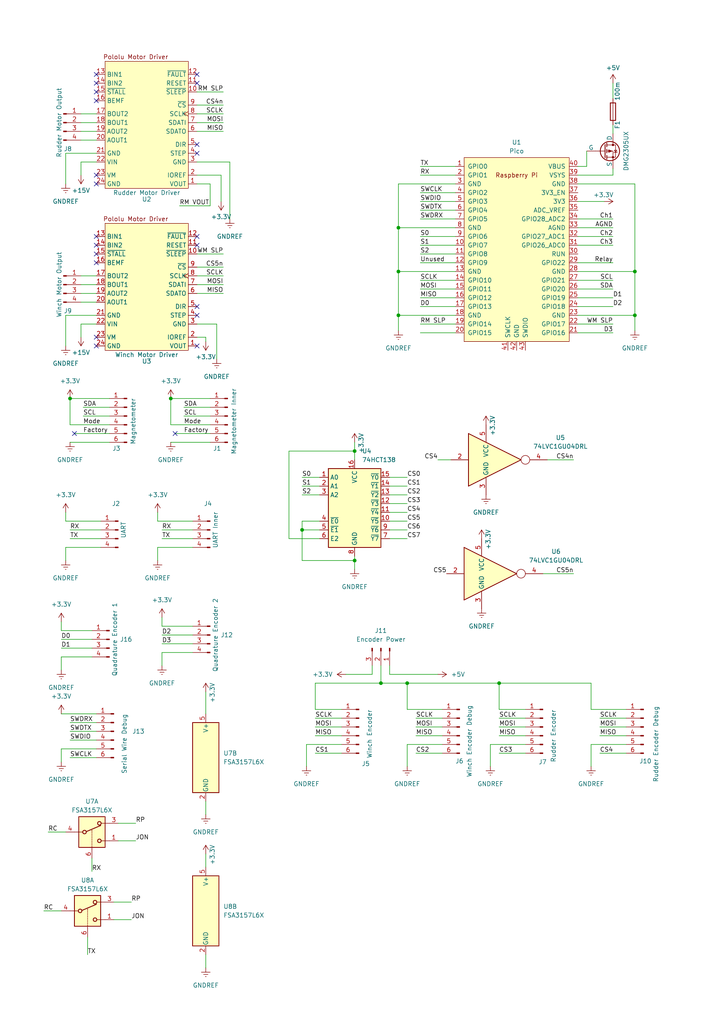
<source format=kicad_sch>
(kicad_sch (version 20250114) (generator "eeschema") (generator_version "9.0")
  (paper "A4" portrait)
  (lib_symbols
    (symbol "+3.3V_1" (power) (pin_numbers (hide yes)) (pin_names (offset 0) (hide yes))
      (property "Value" "+3.3V" (at 0 3.556 0))
      (symbol "+3.3V_1_1_1"
        (pin power_in line (at 0 0 90) (length 0) (name "~") (number "1"))
      )
    )
    (symbol "+3.3V_2" (power) (pin_numbers (hide yes)) (pin_names (offset 0) (hide yes))
      (property "Value" "+3.3V" (at 0 3.556 0))
      (symbol "+3.3V_2_1_1"
        (pin power_in line (at 0 0 90) (length 0) (name "~") (number "1"))
      )
    )
    (symbol "+3.3V_3" (power) (pin_numbers (hide yes)) (pin_names (offset 0) (hide yes))
      (property "Value" "+3.3V" (at 0 3.556 0))
      (symbol "+3.3V_3_1_1"
        (pin power_in line (at 0 0 90) (length 0) (name "~") (number "1"))
      )
    )
    (symbol "+5V_1" (power) (pin_numbers (hide yes)) (pin_names (offset 0) (hide yes))
      (property "Value" "+5V" (at 0 3.556 0))
      (symbol "+5V_1_1_1"
        (pin power_in line (at 0 0 90) (length 0) (name "~") (number "1"))
      )
    )
    (symbol "74xGxx:74LVC1GU04DRL"
      (property "Reference" "U" (at -5.08 10.16 0))
      (property "Value" "74LVC1GU04DRL" (at 17.78 10.16 0))
      (symbol "74LVC1GU04DRL_1_1"
        (pin input line (at -10.16 0 0) (length 5.08) (name "~") (number "2"))
        (pin power_in line (at 0 10.16 270) (length 5.08) (name "VCC") (number "5"))
        (pin power_in line (at 0 -10.16 90) (length 5.08) (name "GND") (number "3"))
        (pin no_connect line (at 10.16 0 180) (length 5.08) (hide yes) (name "NC") (number "1"))
        (pin output line (at 17.78 0 180) (length 5.08) (name "~") (number "4"))
      )
    )
    (symbol "74xx:74HCT138"
      (property "Reference" "U" (at -7.62 13.97 0))
      (property "Value" "74HCT138" (at 2.54 -11.43 0))
      (symbol "74HCT138_1_1"
        (pin input line (at -10.16 10.16 0) (length 2.54) (name "A0") (number "1"))
        (pin input line (at -10.16 7.62 0) (length 2.54) (name "A1") (number "2"))
        (pin input line (at -10.16 5.08 0) (length 2.54) (name "A2") (number "3"))
        (pin input line (at -10.16 -2.54 0) (length 2.54) (name "~{E0}") (number "4"))
        (pin input line (at -10.16 -5.08 0) (length 2.54) (name "~{E1}") (number "5"))
        (pin input line (at -10.16 -7.62 0) (length 2.54) (name "E2") (number "6"))
        (pin power_in line (at 0 15.24 270) (length 2.54) (name "VCC") (number "16"))
        (pin power_in line (at 0 -12.7 90) (length 2.54) (name "GND") (number "8"))
        (pin output line (at 10.16 10.16 180) (length 2.54) (name "~{Y0}") (number "15"))
        (pin output line (at 10.16 7.62 180) (length 2.54) (name "~{Y1}") (number "14"))
        (pin output line (at 10.16 5.08 180) (length 2.54) (name "~{Y2}") (number "13"))
        (pin output line (at 10.16 2.54 180) (length 2.54) (name "~{Y3}") (number "12"))
        (pin output line (at 10.16 0 180) (length 2.54) (name "~{Y4}") (number "11"))
        (pin output line (at 10.16 -2.54 180) (length 2.54) (name "~{Y5}") (number "10"))
        (pin output line (at 10.16 -5.08 180) (length 2.54) (name "~{Y6}") (number "9"))
        (pin output line (at 10.16 -7.62 180) (length 2.54) (name "~{Y7}") (number "7"))
      )
    )
    (symbol "Analog_Switch:FSA3157L6X" (pin_names (offset 0.127))
      (property "Reference" "U" (at -3.175 7.493 0))
      (property "Value" "FSA3157L6X" (at -3.175 5.715 0))
      (symbol "FSA3157L6X_1_1"
        (pin passive line (at -7.62 0 0) (length 2.54) (name "~") (number "4"))
        (pin input line (at 0 -7.62 90) (length 2.54) (name "~") (number "6"))
        (pin passive line (at 7.62 2.54 180) (length 2.54) (name "~") (number "3"))
        (pin passive line (at 7.62 -2.54 180) (length 2.54) (name "~") (number "1"))
      )
      (symbol "FSA3157L6X_2_0"
        (pin power_in line (at 0 12.7 270) (length 2.54) (name "V+") (number "5"))
        (pin power_in line (at 0 -12.7 90) (length 2.54) (name "GND") (number "2"))
      )
    )
    (symbol "Connector:Conn_01x03_Pin" (pin_names (offset 1.016) (hide yes))
      (property "Reference" "J" (at 0 5.08 0))
      (property "Value" "Conn_01x03_Pin" (at 0 -5.08 0))
      (symbol "Conn_01x03_Pin_1_1"
        (pin passive line (at 5.08 2.54 180) (length 3.81) (name "Pin_1") (number "1"))
        (pin passive line (at 5.08 0 180) (length 3.81) (name "Pin_2") (number "2"))
        (pin passive line (at 5.08 -2.54 180) (length 3.81) (name "Pin_3") (number "3"))
      )
    )
    (symbol "Connector:Conn_01x04_Pin" (pin_names (offset 1.016) (hide yes))
      (property "Reference" "J" (at 0 5.08 0))
      (property "Value" "Conn_01x04_Pin" (at 0 -7.62 0))
      (symbol "Conn_01x04_Pin_1_1"
        (pin passive line (at 5.08 2.54 180) (length 3.81) (name "Pin_1") (number "1"))
        (pin passive line (at 5.08 0 180) (length 3.81) (name "Pin_2") (number "2"))
        (pin passive line (at 5.08 -2.54 180) (length 3.81) (name "Pin_3") (number "3"))
        (pin passive line (at 5.08 -5.08 180) (length 3.81) (name "Pin_4") (number "4"))
      )
    )
    (symbol "Connector:Conn_01x06_Pin" (pin_names (offset 1.016) (hide yes))
      (property "Reference" "J" (at 0 7.62 0))
      (property "Value" "Conn_01x06_Pin" (at 0 -10.16 0))
      (symbol "Conn_01x06_Pin_1_1"
        (pin passive line (at 5.08 5.08 180) (length 3.81) (name "Pin_1") (number "1"))
        (pin passive line (at 5.08 2.54 180) (length 3.81) (name "Pin_2") (number "2"))
        (pin passive line (at 5.08 0 180) (length 3.81) (name "Pin_3") (number "3"))
        (pin passive line (at 5.08 -2.54 180) (length 3.81) (name "Pin_4") (number "4"))
        (pin passive line (at 5.08 -5.08 180) (length 3.81) (name "Pin_5") (number "5"))
        (pin passive line (at 5.08 -7.62 180) (length 3.81) (name "Pin_6") (number "6"))
      )
    )
    (symbol "Device:Fuse" (pin_numbers (hide yes)) (pin_names (offset 0))
      (property "Reference" "F" (at 2.032 0 90))
      (property "Value" "Fuse" (at -1.905 0 90))
      (symbol "Fuse_1_1"
        (pin passive line (at 0 3.81 270) (length 1.27) (name "~") (number "1"))
        (pin passive line (at 0 -3.81 90) (length 1.27) (name "~") (number "2"))
      )
    )
    (symbol "GNDREF_1" (power) (pin_numbers (hide yes)) (pin_names (offset 0) (hide yes))
      (property "Value" "GNDREF" (at 0 -3.81 0))
      (symbol "GNDREF_1_1_1"
        (pin power_in line (at 0 0 270) (length 0) (name "~") (number "1"))
      )
    )
    (symbol "GNDREF_2" (power) (pin_numbers (hide yes)) (pin_names (offset 0) (hide yes))
      (property "Value" "GNDREF" (at 0 -3.81 0))
      (symbol "GNDREF_2_1_1"
        (pin power_in line (at 0 0 270) (length 0) (name "~") (number "1"))
      )
    )
    (symbol "GNDREF_3" (power) (pin_numbers (hide yes)) (pin_names (offset 0) (hide yes))
      (property "Value" "GNDREF" (at 0 -3.81 0))
      (symbol "GNDREF_3_1_1"
        (pin power_in line (at 0 0 270) (length 0) (name "~") (number "1"))
      )
    )
    (symbol "GNDREF_4" (power) (pin_numbers (hide yes)) (pin_names (offset 0) (hide yes))
      (property "Value" "GNDREF" (at 0 -3.81 0))
      (symbol "GNDREF_4_1_1"
        (pin power_in line (at 0 0 270) (length 0) (name "~") (number "1"))
      )
    )
    (symbol "PCM_Pico_Pi:Pico" (pin_names (offset 1.016))
      (property "Reference" "U" (at -13.97 27.94 0))
      (property "Value" "Pico" (at 0 19.05 0))
      (symbol "Pico_0_0"
        (text "Raspberry Pi" (at 0 21.59 0) (effects (font (size 1.27 1.27))))
      )
      (symbol "Pico_1_1"
        (pin bidirectional line (at -17.78 24.13 0) (length 2.54) (name "GPIO0") (number "1"))
        (pin bidirectional line (at -17.78 21.59 0) (length 2.54) (name "GPIO1") (number "2"))
        (pin power_in line (at -17.78 19.05 0) (length 2.54) (name "GND") (number "3"))
        (pin bidirectional line (at -17.78 16.51 0) (length 2.54) (name "GPIO2") (number "4"))
        (pin bidirectional line (at -17.78 13.97 0) (length 2.54) (name "GPIO3") (number "5"))
        (pin bidirectional line (at -17.78 11.43 0) (length 2.54) (name "GPIO4") (number "6"))
        (pin bidirectional line (at -17.78 8.89 0) (length 2.54) (name "GPIO5") (number "7"))
        (pin power_in line (at -17.78 6.35 0) (length 2.54) (name "GND") (number "8"))
        (pin bidirectional line (at -17.78 3.81 0) (length 2.54) (name "GPIO6") (number "9"))
        (pin bidirectional line (at -17.78 1.27 0) (length 2.54) (name "GPIO7") (number "10"))
        (pin bidirectional line (at -17.78 -1.27 0) (length 2.54) (name "GPIO8") (number "11"))
        (pin bidirectional line (at -17.78 -3.81 0) (length 2.54) (name "GPIO9") (number "12"))
        (pin power_in line (at -17.78 -6.35 0) (length 2.54) (name "GND") (number "13"))
        (pin bidirectional line (at -17.78 -8.89 0) (length 2.54) (name "GPIO10") (number "14"))
        (pin bidirectional line (at -17.78 -11.43 0) (length 2.54) (name "GPIO11") (number "15"))
        (pin bidirectional line (at -17.78 -13.97 0) (length 2.54) (name "GPIO12") (number "16"))
        (pin bidirectional line (at -17.78 -16.51 0) (length 2.54) (name "GPIO13") (number "17"))
        (pin power_in line (at -17.78 -19.05 0) (length 2.54) (name "GND") (number "18"))
        (pin bidirectional line (at -17.78 -21.59 0) (length 2.54) (name "GPIO14") (number "19"))
        (pin bidirectional line (at -17.78 -24.13 0) (length 2.54) (name "GPIO15") (number "20"))
        (pin input line (at -2.54 -29.21 90) (length 2.54) (name "SWCLK") (number "41"))
        (pin power_in line (at 0 -29.21 90) (length 2.54) (name "GND") (number "42"))
        (pin bidirectional line (at 2.54 -29.21 90) (length 2.54) (name "SWDIO") (number "43"))
        (pin unspecified line (at 17.78 24.13 180) (length 2.54) (name "VBUS") (number "40"))
        (pin unspecified line (at 17.78 21.59 180) (length 2.54) (name "VSYS") (number "39"))
        (pin bidirectional line (at 17.78 19.05 180) (length 2.54) (name "GND") (number "38"))
        (pin input line (at 17.78 16.51 180) (length 2.54) (name "3V3_EN") (number "37"))
        (pin unspecified line (at 17.78 13.97 180) (length 2.54) (name "3V3") (number "36"))
        (pin unspecified line (at 17.78 11.43 180) (length 2.54) (name "ADC_VREF") (number "35"))
        (pin bidirectional line (at 17.78 8.89 180) (length 2.54) (name "GPIO28_ADC2") (number "34"))
        (pin power_in line (at 17.78 6.35 180) (length 2.54) (name "AGND") (number "33"))
        (pin bidirectional line (at 17.78 3.81 180) (length 2.54) (name "GPIO27_ADC1") (number "32"))
        (pin bidirectional line (at 17.78 1.27 180) (length 2.54) (name "GPIO26_ADC0") (number "31"))
        (pin input line (at 17.78 -1.27 180) (length 2.54) (name "RUN") (number "30"))
        (pin bidirectional line (at 17.78 -3.81 180) (length 2.54) (name "GPIO22") (number "29"))
        (pin power_in line (at 17.78 -6.35 180) (length 2.54) (name "GND") (number "28"))
        (pin bidirectional line (at 17.78 -8.89 180) (length 2.54) (name "GPIO21") (number "27"))
        (pin bidirectional line (at 17.78 -11.43 180) (length 2.54) (name "GPIO20") (number "26"))
        (pin bidirectional line (at 17.78 -13.97 180) (length 2.54) (name "GPIO19") (number "25"))
        (pin bidirectional line (at 17.78 -16.51 180) (length 2.54) (name "GPIO18") (number "24"))
        (pin power_in line (at 17.78 -19.05 180) (length 2.54) (name "GND") (number "23"))
        (pin bidirectional line (at 17.78 -21.59 180) (length 2.54) (name "GPIO17") (number "22"))
        (pin bidirectional line (at 17.78 -24.13 180) (length 2.54) (name "GPIO16") (number "21"))
      )
    )
    (symbol "Pololu_driver:md38a"
      (property "Reference" "U" (at -11.43 19.685 0))
      (symbol "md38a_1_0"
        (pin bidirectional line (at -14.605 1.905 0) (length 2.54) (name "SDATO") (number "6"))
        (pin bidirectional line (at -14.605 -0.635 0) (length 2.54) (name "SDATI") (number "7"))
        (pin bidirectional clock (at -14.605 -3.175 0) (length 2.54) (name "SCLK") (number "8"))
        (pin bidirectional line (at -14.605 -5.715 0) (length 2.54) (name "~{CS}") (number "9"))
        (pin input line (at -14.605 -9.525 0) (length 2.54) (name "~{SLEEP}") (number "10"))
        (pin input line (at -14.605 -12.065 0) (length 2.54) (name "RESET") (number "11"))
        (pin input line (at -14.605 -14.605 0) (length 2.54) (name "~{FAULT}") (number "12"))
        (pin power_in line (at 14.605 17.145 180) (length 2.54) (name "GND") (number "24"))
        (pin power_in line (at 14.605 14.605 180) (length 2.54) (name "VM") (number "23"))
        (pin power_out line (at 14.605 10.795 180) (length 2.54) (name "VIN") (number "22"))
        (pin power_out line (at 14.605 8.255 180) (length 2.54) (name "GND") (number "21"))
        (pin output line (at 14.605 4.445 180) (length 2.54) (name "AOUT1") (number "20"))
        (pin output line (at 14.605 1.905 180) (length 2.54) (name "AOUT2") (number "19"))
        (pin output line (at 14.605 -0.635 180) (length 2.54) (name "BOUT1") (number "18"))
        (pin output line (at 14.605 -3.175 180) (length 2.54) (name "BOUT2") (number "17"))
        (pin bidirectional line (at 14.605 -6.985 180) (length 2.54) (name "BEMF") (number "16"))
        (pin bidirectional line (at 14.605 -9.525 180) (length 2.54) (name "~{STALL}") (number "15"))
        (pin bidirectional line (at 14.605 -12.065 180) (length 2.54) (name "BIN2") (number "14"))
        (pin bidirectional line (at 14.605 -14.605 180) (length 2.54) (name "BIN1") (number "13"))
      )
      (symbol "md38a_1_1"
        (text "Pololu Motor Driver" (at 3.175 -19.685 0) (effects (font (size 1.27 1.27))))
        (pin power_in line (at -14.605 17.145 0) (length 2.54) (name "VOUT") (number "1"))
        (pin bidirectional line (at -14.605 14.605 0) (length 2.54) (name "IOREF") (number "2"))
        (pin power_in line (at -14.605 10.795 0) (length 2.54) (name "GND") (number "3"))
        (pin bidirectional line (at -14.605 8.255 0) (length 2.54) (name "STEP") (number "4"))
        (pin bidirectional line (at -14.605 5.715 0) (length 2.54) (name "DIR") (number "5"))
      )
    )
    (symbol "Simulation_SPICE:PMOS" (pin_numbers (hide yes)) (pin_names (offset 0))
      (property "Reference" "Q" (at 5.08 1.27 0))
      (property "Value" "PMOS" (at 5.08 -1.27 0))
      (symbol "PMOS_1_1"
        (pin input line (at -5.08 0 0) (length 2.54) (name "G") (number "2"))
        (pin passive line (at 2.54 5.08 270) (length 2.54) (name "D") (number "1"))
        (pin passive line (at 2.54 -5.08 90) (length 2.54) (name "S") (number "3"))
      )
    )
    (symbol "power:+15V" (power) (pin_names (offset 0))
      (property "Value" "+15V" (at 0 3.556 0))
      (symbol "+15V_1_1"
        (pin power_in line (at 0 0 90) (length 0) (hide yes) (name "+15V") (number "1"))
      )
    )
    (symbol "power:+3.3V" (power) (pin_names (offset 0))
      (property "Value" "+3.3V" (at 0 3.556 0))
      (symbol "+3.3V_1_1"
        (pin power_in line (at 0 0 90) (length 0) (hide yes) (name "+3.3V") (number "1"))
      )
    )
    (symbol "power:+5V" (power) (pin_names (offset 0))
      (property "Value" "+5V" (at 0 3.556 0))
      (symbol "+5V_1_1"
        (pin power_in line (at 0 0 90) (length 0) (hide yes) (name "+5V") (number "1"))
      )
    )
    (symbol "power:GNDREF" (power) (pin_names (offset 0))
      (property "Value" "GNDREF" (at 0 -3.81 0))
      (symbol "GNDREF_1_1"
        (pin power_in line (at 0 0 270) (length 0) (hide yes) (name "GNDREF") (number "1"))
      )
    )
  )
  (junction (at 184.15 78.74))
  (junction (at 184.15 91.44))
  (junction (at 115.57 91.44))
  (junction (at 115.57 66.04))
  (junction (at 102.87 162.56))
  (junction (at 115.57 78.74))
  (junction (at 49.53 115.57))
  (junction (at 20.32 115.57))
  (junction (at 87.63 153.67))
  (junction (at 118.11 198.12))
  (junction (at 110.49 198.12))
  (junction (at 102.87 130.81))
  (junction (at 144.78 198.12))
  (no_connect (at 57.15 41.91))
  (no_connect (at 57.15 21.59))
  (no_connect (at 27.94 71.12))
  (no_connect (at 27.94 97.79))
  (no_connect (at 57.15 91.44))
  (no_connect (at 27.94 24.13))
  (no_connect (at 57.15 68.58))
  (no_connect (at 21.59 125.73))
  (no_connect (at 27.94 50.8))
  (no_connect (at 57.15 88.9))
  (no_connect (at 27.94 21.59))
  (no_connect (at 27.94 73.66))
  (no_connect (at 27.94 68.58))
  (no_connect (at 57.15 100.33))
  (no_connect (at 57.15 24.13))
  (no_connect (at 57.15 71.12))
  (no_connect (at 27.94 26.67))
  (no_connect (at 50.8 125.73))
  (no_connect (at 27.94 53.34))
  (no_connect (at 27.94 29.21))
  (no_connect (at 57.15 44.45))
  (no_connect (at 27.94 100.33))
  (no_connect (at 27.94 76.2))
  (wire (pts (xy 59.69 200.66) (xy 59.69 207.01)))
  (wire (pts (xy 64.77 38.1) (xy 57.15 38.1)))
  (wire (pts (xy 120.65 210.82) (xy 128.27 210.82)))
  (wire (pts (xy 20.32 128.27) (xy 31.75 128.27)))
  (wire (pts (xy 118.11 215.9) (xy 128.27 215.9)))
  (wire (pts (xy 34.29 238.76) (xy 39.37 238.76)))
  (wire (pts (xy 91.44 210.82) (xy 99.06 210.82)))
  (wire (pts (xy 167.64 91.44) (xy 184.15 91.44)))
  (wire (pts (xy 45.72 148.59) (xy 45.72 151.13)))
  (wire (pts (xy 167.64 53.34) (xy 184.15 53.34)))
  (wire (pts (xy 173.99 208.28) (xy 181.61 208.28)))
  (wire (pts (xy 53.34 120.65) (xy 60.96 120.65)))
  (wire (pts (xy 177.8 24.13) (xy 177.8 28.575)))
  (wire (pts (xy 121.92 81.28) (xy 132.08 81.28)))
  (wire (pts (xy 87.63 138.43) (xy 92.71 138.43)))
  (wire (pts (xy 60.96 53.34) (xy 57.15 53.34)))
  (wire (pts (xy 113.03 156.21) (xy 118.11 156.21)))
  (wire (pts (xy 113.03 195.58) (xy 127 195.58)))
  (wire (pts (xy 17.78 185.42) (xy 26.67 185.42)))
  (wire (pts (xy 87.63 153.67) (xy 87.63 162.56)))
  (wire (pts (xy 33.02 261.62) (xy 38.1 261.62)))
  (wire (pts (xy 57.15 73.66) (xy 64.77 73.66)))
  (wire (pts (xy 130.81 133.35) (xy 127 133.35)))
  (wire (pts (xy 64.135 50.8) (xy 57.15 50.8)))
  (wire (pts (xy 64.77 35.56) (xy 57.15 35.56)))
  (wire (pts (xy 121.92 50.8) (xy 132.08 50.8)))
  (wire (pts (xy 60.96 59.69) (xy 60.96 53.34)))
  (wire (pts (xy 57.15 93.98) (xy 62.865 93.98)))
  (wire (pts (xy 171.45 198.12) (xy 171.45 205.74)))
  (wire (pts (xy 118.11 205.74) (xy 128.27 205.74)))
  (wire (pts (xy 66.675 46.99) (xy 57.15 46.99)))
  (wire (pts (xy 17.78 217.17) (xy 17.78 220.98)))
  (wire (pts (xy 91.44 208.28) (xy 99.06 208.28)))
  (wire (pts (xy 59.69 247.65) (xy 59.69 251.46)))
  (wire (pts (xy 66.675 46.99) (xy 66.675 63.5)))
  (wire (pts (xy 118.11 198.12) (xy 118.11 205.74)))
  (wire (pts (xy 115.57 66.04) (xy 115.57 53.34)))
  (wire (pts (xy 87.63 162.56) (xy 102.87 162.56)))
  (wire (pts (xy 120.65 218.44) (xy 128.27 218.44)))
  (wire (pts (xy 19.05 158.75) (xy 29.21 158.75)))
  (wire (pts (xy 171.45 215.9) (xy 171.45 222.25)))
  (wire (pts (xy 23.495 85.09) (xy 27.94 85.09)))
  (wire (pts (xy 23.495 93.98) (xy 27.94 93.98)))
  (wire (pts (xy 167.64 66.04) (xy 177.8 66.04)))
  (wire (pts (xy 120.65 213.36) (xy 128.27 213.36)))
  (wire (pts (xy 113.03 138.43) (xy 118.11 138.43)))
  (wire (pts (xy 59.69 236.22) (xy 59.69 232.41)))
  (wire (pts (xy 83.82 156.21) (xy 83.82 130.81)))
  (wire (pts (xy 23.495 40.64) (xy 27.94 40.64)))
  (wire (pts (xy 92.71 156.21) (xy 83.82 156.21)))
  (wire (pts (xy 102.87 165.1) (xy 102.87 162.56)))
  (wire (pts (xy 171.45 215.9) (xy 181.61 215.9)))
  (wire (pts (xy 23.495 82.55) (xy 27.94 82.55)))
  (wire (pts (xy 157.48 166.37) (xy 166.37 166.37)))
  (wire (pts (xy 100.33 195.58) (xy 107.95 195.58)))
  (wire (pts (xy 23.495 38.1) (xy 27.94 38.1)))
  (wire (pts (xy 144.78 210.82) (xy 152.4 210.82)))
  (wire (pts (xy 46.99 156.21) (xy 55.88 156.21)))
  (wire (pts (xy 19.05 151.13) (xy 29.21 151.13)))
  (wire (pts (xy 171.45 205.74) (xy 181.61 205.74)))
  (wire (pts (xy 21.59 125.73) (xy 31.75 125.73)))
  (wire (pts (xy 121.92 76.2) (xy 132.08 76.2)))
  (wire (pts (xy 142.24 215.9) (xy 142.24 222.25)))
  (wire (pts (xy 167.64 58.42) (xy 175.26 58.42)))
  (wire (pts (xy 121.92 73.66) (xy 132.08 73.66)))
  (wire (pts (xy 12.7 264.16) (xy 17.78 264.16)))
  (wire (pts (xy 19.05 44.45) (xy 19.05 53.34)))
  (wire (pts (xy 20.32 115.57) (xy 20.32 123.19)))
  (wire (pts (xy 91.44 213.36) (xy 99.06 213.36)))
  (wire (pts (xy 118.11 198.12) (xy 144.78 198.12)))
  (wire (pts (xy 46.99 184.15) (xy 55.88 184.15)))
  (wire (pts (xy 92.71 151.13) (xy 87.63 151.13)))
  (wire (pts (xy 20.32 214.63) (xy 27.94 214.63)))
  (wire (pts (xy 34.29 243.84) (xy 39.37 243.84)))
  (wire (pts (xy 121.92 86.36) (xy 132.08 86.36)))
  (wire (pts (xy 23.495 33.02) (xy 27.94 33.02)))
  (wire (pts (xy 110.49 193.04) (xy 110.49 198.12)))
  (wire (pts (xy 24.13 118.11) (xy 31.75 118.11)))
  (wire (pts (xy 23.495 35.56) (xy 27.94 35.56)))
  (wire (pts (xy 91.44 198.12) (xy 110.49 198.12)))
  (wire (pts (xy 87.63 151.13) (xy 87.63 153.67)))
  (wire (pts (xy 144.78 218.44) (xy 152.4 218.44)))
  (wire (pts (xy 170.18 48.26) (xy 167.64 48.26)))
  (wire (pts (xy 45.72 158.75) (xy 45.72 162.56)))
  (wire (pts (xy 121.92 58.42) (xy 132.08 58.42)))
  (wire (pts (xy 57.15 30.48) (xy 64.77 30.48)))
  (wire (pts (xy 121.92 83.82) (xy 132.08 83.82)))
  (wire (pts (xy 113.03 193.04) (xy 113.03 195.58)))
  (wire (pts (xy 23.495 46.99) (xy 27.94 46.99)))
  (wire (pts (xy 62.865 93.98) (xy 62.865 104.14)))
  (wire (pts (xy 177.8 86.36) (xy 167.64 86.36)))
  (wire (pts (xy 121.92 60.96) (xy 132.08 60.96)))
  (wire (pts (xy 144.78 205.74) (xy 152.4 205.74)))
  (wire (pts (xy 59.69 97.79) (xy 57.15 97.79)))
  (wire (pts (xy 184.15 78.74) (xy 184.15 91.44)))
  (wire (pts (xy 23.495 50.8) (xy 23.495 46.99)))
  (wire (pts (xy 46.99 189.23) (xy 55.88 189.23)))
  (wire (pts (xy 33.02 266.7) (xy 38.1 266.7)))
  (wire (pts (xy 91.44 218.44) (xy 99.06 218.44)))
  (wire (pts (xy 55.88 181.61) (xy 46.99 181.61)))
  (wire (pts (xy 113.03 143.51) (xy 118.11 143.51)))
  (wire (pts (xy 91.44 205.74) (xy 99.06 205.74)))
  (wire (pts (xy 142.24 215.9) (xy 152.4 215.9)))
  (wire (pts (xy 173.99 210.82) (xy 181.61 210.82)))
  (wire (pts (xy 184.15 53.34) (xy 184.15 78.74)))
  (wire (pts (xy 20.32 153.67) (xy 29.21 153.67)))
  (wire (pts (xy 87.63 140.97) (xy 92.71 140.97)))
  (wire (pts (xy 121.92 68.58) (xy 132.08 68.58)))
  (wire (pts (xy 113.03 151.13) (xy 118.11 151.13)))
  (wire (pts (xy 184.15 91.44) (xy 184.15 95.885)))
  (wire (pts (xy 118.11 215.9) (xy 118.11 222.25)))
  (wire (pts (xy 170.18 43.815) (xy 170.18 48.26)))
  (wire (pts (xy 113.03 153.67) (xy 118.11 153.67)))
  (wire (pts (xy 17.78 190.5) (xy 26.67 190.5)))
  (wire (pts (xy 177.8 48.895) (xy 177.8 50.8)))
  (wire (pts (xy 13.97 241.3) (xy 19.05 241.3)))
  (wire (pts (xy 53.34 118.11) (xy 60.96 118.11)))
  (wire (pts (xy 144.78 208.28) (xy 152.4 208.28)))
  (wire (pts (xy 173.99 218.44) (xy 181.61 218.44)))
  (wire (pts (xy 115.57 78.74) (xy 132.08 78.74)))
  (wire (pts (xy 115.57 91.44) (xy 115.57 95.885)))
  (wire (pts (xy 19.05 44.45) (xy 27.94 44.45)))
  (wire (pts (xy 19.05 148.59) (xy 19.05 151.13)))
  (wire (pts (xy 167.64 63.5) (xy 177.8 63.5)))
  (wire (pts (xy 25.4 276.86) (xy 25.4 271.78)))
  (wire (pts (xy 17.78 180.34) (xy 17.78 182.88)))
  (wire (pts (xy 102.87 130.81) (xy 102.87 133.35)))
  (wire (pts (xy 144.78 213.36) (xy 152.4 213.36)))
  (wire (pts (xy 177.8 36.195) (xy 177.8 38.735)))
  (wire (pts (xy 23.495 80.01) (xy 27.94 80.01)))
  (wire (pts (xy 167.64 88.9) (xy 177.8 88.9)))
  (wire (pts (xy 50.8 125.73) (xy 60.96 125.73)))
  (wire (pts (xy 64.77 85.09) (xy 57.15 85.09)))
  (wire (pts (xy 167.64 78.74) (xy 184.15 78.74)))
  (wire (pts (xy 57.15 77.47) (xy 64.77 77.47)))
  (wire (pts (xy 177.8 50.8) (xy 167.64 50.8)))
  (wire (pts (xy 132.08 66.04) (xy 115.57 66.04)))
  (wire (pts (xy 64.77 80.01) (xy 57.15 80.01)))
  (wire (pts (xy 59.69 276.86) (xy 59.69 280.67)))
  (wire (pts (xy 167.64 71.12) (xy 177.8 71.12)))
  (wire (pts (xy 115.57 78.74) (xy 115.57 66.04)))
  (wire (pts (xy 64.135 50.8) (xy 64.135 58.42)))
  (wire (pts (xy 107.95 193.04) (xy 107.95 195.58)))
  (wire (pts (xy 132.08 91.44) (xy 115.57 91.44)))
  (wire (pts (xy 64.77 82.55) (xy 57.15 82.55)))
  (wire (pts (xy 17.78 207.01) (xy 27.94 207.01)))
  (wire (pts (xy 121.92 96.52) (xy 132.08 96.52)))
  (wire (pts (xy 88.9 215.9) (xy 88.9 222.25)))
  (wire (pts (xy 110.49 198.12) (xy 118.11 198.12)))
  (wire (pts (xy 20.32 212.09) (xy 27.94 212.09)))
  (wire (pts (xy 102.87 128.27) (xy 102.87 130.81)))
  (wire (pts (xy 87.63 143.51) (xy 92.71 143.51)))
  (wire (pts (xy 19.05 158.75) (xy 19.05 162.56)))
  (wire (pts (xy 23.495 87.63) (xy 27.94 87.63)))
  (wire (pts (xy 121.92 71.12) (xy 132.08 71.12)))
  (wire (pts (xy 26.67 248.92) (xy 26.67 252.73)))
  (wire (pts (xy 83.82 130.81) (xy 102.87 130.81)))
  (wire (pts (xy 64.77 33.02) (xy 57.15 33.02)))
  (wire (pts (xy 17.78 187.96) (xy 26.67 187.96)))
  (wire (pts (xy 167.64 68.58) (xy 177.8 68.58)))
  (wire (pts (xy 46.99 186.69) (xy 55.88 186.69)))
  (wire (pts (xy 49.53 115.57) (xy 60.96 115.57)))
  (wire (pts (xy 113.03 148.59) (xy 118.11 148.59)))
  (wire (pts (xy 144.78 198.12) (xy 144.78 205.74)))
  (wire (pts (xy 59.69 99.06) (xy 59.69 97.79)))
  (wire (pts (xy 177.8 83.82) (xy 167.64 83.82)))
  (wire (pts (xy 20.32 115.57) (xy 31.75 115.57)))
  (wire (pts (xy 113.03 140.97) (xy 118.11 140.97)))
  (wire (pts (xy 45.72 158.75) (xy 55.88 158.75)))
  (wire (pts (xy 115.57 91.44) (xy 115.57 78.74)))
  (wire (pts (xy 167.64 96.52) (xy 177.8 96.52)))
  (wire (pts (xy 20.32 156.21) (xy 29.21 156.21)))
  (wire (pts (xy 132.08 53.34) (xy 115.57 53.34)))
  (wire (pts (xy 91.44 198.12) (xy 91.44 205.74)))
  (wire (pts (xy 113.03 146.05) (xy 118.11 146.05)))
  (wire (pts (xy 20.32 209.55) (xy 27.94 209.55)))
  (wire (pts (xy 57.15 26.67) (xy 64.77 26.67)))
  (wire (pts (xy 121.92 55.88) (xy 132.08 55.88)))
  (wire (pts (xy 177.8 81.28) (xy 167.64 81.28)))
  (wire (pts (xy 26.67 182.88) (xy 17.78 182.88)))
  (wire (pts (xy 19.05 91.44) (xy 19.05 100.33)))
  (wire (pts (xy 17.78 190.5) (xy 17.78 194.31)))
  (wire (pts (xy 102.87 162.56) (xy 102.87 161.29)))
  (wire (pts (xy 144.78 198.12) (xy 171.45 198.12)))
  (wire (pts (xy 87.63 153.67) (xy 92.71 153.67)))
  (wire (pts (xy 167.64 76.2) (xy 177.8 76.2)))
  (wire (pts (xy 121.92 88.9) (xy 132.08 88.9)))
  (wire (pts (xy 46.99 189.23) (xy 46.99 193.04)))
  (wire (pts (xy 24.13 120.65) (xy 31.75 120.65)))
  (wire (pts (xy 45.72 151.13) (xy 55.88 151.13)))
  (wire (pts (xy 158.75 133.35) (xy 166.37 133.35)))
  (wire (pts (xy 167.64 93.98) (xy 177.8 93.98)))
  (wire (pts (xy 23.495 97.79) (xy 23.495 93.98)))
  (wire (pts (xy 20.32 219.71) (xy 27.94 219.71)))
  (wire (pts (xy 120.65 208.28) (xy 128.27 208.28)))
  (wire (pts (xy 46.99 153.67) (xy 55.88 153.67)))
  (wire (pts (xy 121.92 93.98) (xy 132.08 93.98)))
  (wire (pts (xy 121.92 63.5) (xy 132.08 63.5)))
  (wire (pts (xy 49.53 115.57) (xy 49.53 123.19)))
  (wire (pts (xy 46.99 179.07) (xy 46.99 181.61)))
  (wire (pts (xy 88.9 215.9) (xy 99.06 215.9)))
  (wire (pts (xy 17.78 217.17) (xy 27.94 217.17)))
  (wire (pts (xy 173.99 213.36) (xy 181.61 213.36)))
  (wire (pts (xy 49.53 123.19) (xy 60.96 123.19)))
  (wire (pts (xy 19.05 91.44) (xy 27.94 91.44)))
  (wire (pts (xy 121.92 48.26) (xy 132.08 48.26)))
  (wire (pts (xy 60.96 59.69) (xy 52.07 59.69)))
  (wire (pts (xy 49.53 128.27) (xy 60.96 128.27)))
  (wire (pts (xy 20.32 123.19) (xy 31.75 123.19)))
  (label "SCLK" (at 64.77 33.02 180))
  (label "SDA" (at 24.13 118.11 0))
  (label "SCL" (at 53.34 120.65 0))
  (label "CS1" (at 91.44 218.44 0))
  (label "RM VOUT" (at 52.07 59.69 0))
  (label "SCLK" (at 173.99 208.28 0))
  (label "MISO" (at 64.77 38.1 180))
  (label "Ch3" (at 177.8 71.12 180))
  (label "SCL" (at 24.13 120.65 0))
  (label "CS7" (at 118.11 156.21 0))
  (label "SDA" (at 53.34 118.11 0))
  (label "RP" (at 39.37 238.76 0))
  (label "Unused" (at 121.92 76.2 0))
  (label "Factory" (at 53.34 125.73 0))
  (label "CS1" (at 118.11 140.97 0))
  (label "D0" (at 121.92 88.9 0))
  (label "MOSI" (at 144.78 210.82 0))
  (label "AGND" (at 177.8 66.04 180))
  (label "Ch1" (at 177.8 63.5 180))
  (label "Ch2" (at 177.8 68.58 180))
  (label "SCL" (at 177.8 81.28 180))
  (label "D2" (at 177.8 88.9 0))
  (label "JON" (at 38.1 266.7 0))
  (label "TX" (at 20.32 156.21 0))
  (label "SCLK" (at 121.92 81.28 0))
  (label "SWDTX" (at 20.32 212.09 0))
  (label "RX" (at 121.92 50.8 0))
  (label "RМ SLP" (at 121.92 93.98 0))
  (label "CS0" (at 118.11 138.43 0))
  (label "CS4n" (at 64.77 30.48 180))
  (label "D3" (at 46.99 186.69 0))
  (label "CS2" (at 120.65 218.44 0))
  (label "SCLK" (at 144.78 208.28 0))
  (label "MOSI" (at 64.77 35.56 180))
  (label "D1" (at 177.8 86.36 0))
  (label "CS5n" (at 166.37 166.37 180))
  (label "S2" (at 87.63 143.51 0))
  (label "CS4n" (at 166.37 133.35 180))
  (label "SDA" (at 177.8 83.82 180))
  (label "MISO" (at 173.99 213.36 0))
  (label "CS6" (at 118.11 153.67 0))
  (label "Mode" (at 24.13 123.19 0))
  (label "SWDTX" (at 121.92 60.96 0))
  (label "CS4" (at 127 133.35 180))
  (label "SWDIO" (at 20.32 214.63 0))
  (label "SWDIO" (at 121.92 58.42 0))
  (label "D0" (at 17.78 185.42 0))
  (label "RC" (at 13.97 241.3 0))
  (label "MOSI" (at 121.92 83.82 0))
  (label "JON" (at 39.37 243.84 0))
  (label "S1" (at 121.92 71.12 0))
  (label "RX" (at 20.32 153.67 0))
  (label "SWCLK" (at 20.32 219.71 0))
  (label "MISO" (at 121.92 86.36 0))
  (label "MOSI" (at 173.99 210.82 0))
  (label "MISO" (at 120.65 213.36 0))
  (label "MOSI" (at 64.77 82.55 180))
  (label "MISO" (at 91.44 213.36 0))
  (label "SCLK" (at 64.77 80.01 180))
  (label "RМ SLP" (at 64.77 26.67 180))
  (label "SWDRX" (at 20.32 209.55 0))
  (label "SCLK" (at 120.65 208.28 0))
  (label "TX" (at 46.99 156.21 0))
  (label "CS4" (at 173.99 218.44 0))
  (label "SWDRX" (at 121.92 63.5 0))
  (label "S2" (at 121.92 73.66 0))
  (label "D1" (at 17.78 187.96 0))
  (label "WM SLP" (at 64.77 73.66 180))
  (label "RX" (at 46.99 153.67 0))
  (label "Factory" (at 24.13 125.73 0))
  (label "TX" (at 25.4 276.86 0))
  (label "MOSI" (at 120.65 210.82 0))
  (label "MISO" (at 144.78 213.36 0))
  (label "D3" (at 177.8 96.52 180))
  (label "Mode" (at 53.34 123.19 0))
  (label "CS5" (at 118.11 151.13 0))
  (label "RX" (at 26.67 252.73 0))
  (label "CS5" (at 129.54 166.37 180))
  (label "TX" (at 121.92 48.26 0))
  (label "RC" (at 12.7 264.16 0))
  (label "CS3" (at 144.78 218.44 0))
  (label "CS4" (at 118.11 148.59 0))
  (label "MOSI" (at 91.44 210.82 0))
  (label "WM SLP" (at 177.8 93.98 180))
  (label "S0" (at 87.63 138.43 0))
  (label "CS5n" (at 64.77 77.47 180))
  (label "D2	" (at 46.99 184.15 0))
  (label "CS3" (at 118.11 146.05 0))
  (label "S1" (at 87.63 140.97 0))
  (label "MISO" (at 64.77 85.09 180))
  (label "SCLK" (at 91.44 208.28 0))
  (label "Relay" (at 177.8 76.2 180))
  (label "S0" (at 121.92 68.58 0))
  (label "CS2" (at 118.11 143.51 0))
  (label "SWCLK" (at 121.92 55.88 0))
  (label "RP" (at 38.1 261.62 0))
  (symbol (lib_name "+5V_1") (lib_id "power:+5V") (at 127 195.58 270) (unit 1)
    (property "Reference" "#PWR019" (effects (hide yes)))
    (property "Value" "+5V" (at 130.81 195.5799 90) (effects (justify left)))
    (property "Description" "Power symbol creates a global label with name \"+5V\"" (effects (hide yes)))
  )
  (symbol (lib_id "74xx:74HCT138") (at 102.87 148.59 0) (unit 1)
    (property "Reference" "U4" (at 105.0133 130.81 0) (effects (justify left)))
    (property "Value" "74HCT138" (at 105.0133 133.35 0) (effects (justify left)))
    (property "Datasheet" "http://www.ti.com/lit/ds/symlink/cd74hc238.pdf" (effects (hide yes)))
    (property "Description" "3-to-8 line decoder/multiplexer inverting, DIP-16/SOIC-16/SSOP-16" (effects (hide yes)))
  )
  (symbol (lib_id "Connector:Conn_01x06_Pin") (at 186.69 210.82 0) (mirror y) (unit 1)
    (property "Reference" "J10" (at 185.42 220.726 0) (effects (justify right)))
    (property "Value" "Rudder Encoder Debug" (at 190.246 204.724 90) (effects (justify right)))
    (property "Description" "Generic connector, single row, 01x06, script generated" (effects (hide yes)))
  )
  (symbol (lib_id "power:GNDREF") (at 115.57 95.885 0) (unit 1)
    (property "Reference" "#PWR02" (effects (hide yes)))
    (property "Value" "GNDREF" (at 115.57 100.965 0))
  )
  (symbol (lib_id "Simulation_SPICE:PMOS") (at 175.26 43.815 0) (unit 1)
    (property "Reference" "Q1" (effects (hide yes)))
    (property "Value" "DMG2305UX" (at 181.61 43.815 90))
    (property "Footprint" "Package_TO_SOT_SMD:SOT-23" (effects (hide yes)))
    (property "Datasheet" "https://ngspice.sourceforge.io/docs/ngspice-manual.pdf" (effects (hide yes)))
    (property "Sim.Device" "PMOS" (effects (hide yes)))
    (property "Sim.Type" "VDMOS" (effects (hide yes)))
    (property "Sim.Pins" "1=D 3=G 2=S" (effects (hide yes)))
  )
  (symbol (lib_name "+3.3V_2") (lib_id "power:+3.3V") (at 45.72 148.59 0) (unit 1)
    (property "Reference" "#PWR012" (effects (hide yes)))
    (property "Value" "+3.3V" (at 45.72 143.51 0))
    (property "Description" "Power symbol creates a global label with name \"+3.3V\"" (effects (hide yes)))
  )
  (symbol (lib_id "power:+3.3V") (at 140.97 123.19 0) (mirror y) (unit 1)
    (property "Reference" "#PWR024" (effects (hide yes)))
    (property "Value" "+3.3V" (at 142.875 126.365 90) (effects (justify left)))
  )
  (symbol (lib_id "Analog_Switch:FSA3157L6X") (at 59.69 219.71 0) (unit 2)
    (property "Reference" "U7" (at 64.77 218.4399 0) (effects (justify left)))
    (property "Value" "FSA3157L6X" (at 64.77 220.9799 0) (effects (justify left)))
    (property "Footprint" "Package_SON:Fairchild_MicroPak-6_1.0x1.45mm_P0.5mm" (effects (hide yes)))
    (property "Datasheet" "https://www.onsemi.com/pub/Collateral/NC7SB3157-D.PDF" (effects (hide yes)))
    (property "Description" "Single SPDT Low-Voltage Analog Switch or 2:1 Multiplexer/De-Multiplexer Bus Switch, 10Ohm Ron, MicroPak-6" (effects (hide yes)))
  )
  (symbol (lib_id "Analog_Switch:FSA3157L6X") (at 59.69 264.16 0) (unit 2)
    (property "Reference" "U8" (at 64.77 262.8899 0) (effects (justify left)))
    (property "Value" "FSA3157L6X" (at 64.77 265.4299 0) (effects (justify left)))
    (property "Footprint" "Package_SON:Fairchild_MicroPak-6_1.0x1.45mm_P0.5mm" (effects (hide yes)))
    (property "Datasheet" "https://www.onsemi.com/pub/Collateral/NC7SB3157-D.PDF" (effects (hide yes)))
    (property "Description" "Single SPDT Low-Voltage Analog Switch or 2:1 Multiplexer/De-Multiplexer Bus Switch, 10Ohm Ron, MicroPak-6" (effects (hide yes)))
  )
  (symbol (lib_name "+3.3V_1") (lib_id "power:+3.3V") (at 49.53 115.57 0) (unit 1)
    (property "Reference" "#PWR06" (effects (hide yes)))
    (property "Value" "+3.3V" (at 49.53 110.49 0))
    (property "Description" "Power symbol creates a global label with name \"+3.3V\"" (effects (hide yes)))
  )
  (symbol (lib_name "GNDREF_2") (lib_id "power:GNDREF") (at 45.72 162.56 0) (unit 1)
    (property "Reference" "#PWR013" (effects (hide yes)))
    (property "Value" "GNDREF" (at 45.72 167.64 0))
    (property "Description" "Power symbol creates a global label with name \"GNDREF\" , reference supply ground" (effects (hide yes)))
  )
  (symbol (lib_name "+3.3V_3") (lib_id "power:+3.3V") (at 100.33 195.58 90) (unit 1)
    (property "Reference" "#PWR018" (effects (hide yes)))
    (property "Value" "+3.3V" (at 96.52 195.5799 90) (effects (justify left)))
    (property "Description" "Power symbol creates a global label with name \"+3.3V\"" (effects (hide yes)))
  )
  (symbol (lib_id "PCM_Pico_Pi:Pico") (at 149.86 72.39 0) (unit 1)
    (property "Reference" "U1" (at 149.86 41.275 0))
    (property "Value" "Pico" (at 149.86 43.815 0))
    (property "Footprint" "MCU_RaspberryPi_and_Boards:RPi_Pico_SMD_TH" (effects (hide yes)))
  )
  (symbol (lib_id "Pololu_driver:md38a") (at 42.545 36.195 180) (unit 1)
    (property "Reference" "U2" (at 42.545 57.785 0))
    (property "Value" "Rudder Motor Driver" (at 42.545 55.88 0))
    (property "Footprint" "Pololu_driver:md38a" (effects (hide yes)))
  )
  (symbol (lib_id "Connector:Conn_01x06_Pin") (at 104.14 210.82 0) (mirror y) (unit 1)
    (property "Reference" "J5" (at 104.902 221.488 0) (effects (justify right)))
    (property "Value" "Winch Encoder" (at 107.188 205.74 90) (effects (justify right)))
    (property "Description" "Generic connector, single row, 01x06, script generated" (effects (hide yes)))
  )
  (symbol (lib_name "+3.3V_1") (lib_id "power:+3.3V") (at 20.32 115.57 0) (unit 1)
    (property "Reference" "#PWR05" (effects (hide yes)))
    (property "Value" "+3.3V" (at 20.32 110.49 0))
    (property "Description" "Power symbol creates a global label with name \"+3.3V\"" (effects (hide yes)))
  )
  (symbol (lib_id "power:+3.3V") (at 59.69 200.66 0) (mirror y) (unit 1)
    (property "Reference" "#PWR033" (effects (hide yes)))
    (property "Value" "+3.3V" (at 61.595 203.835 90) (effects (justify left)))
  )
  (symbol (lib_id "Connector:Conn_01x06_Pin") (at 157.48 210.82 0) (mirror y) (unit 1)
    (property "Reference" "J7" (at 156.21 220.98 0) (effects (justify right)))
    (property "Value" "Rudder Encoder" (at 160.528 205.74 90) (effects (justify right)))
    (property "Description" "Generic connector, single row, 01x06, script generated" (effects (hide yes)))
  )
  (symbol (lib_name "GNDREF_4") (lib_id "power:GNDREF") (at 59.69 236.22 0) (unit 1)
    (property "Reference" "#PWR036" (effects (hide yes)))
    (property "Value" "GNDREF" (at 59.69 241.3 0))
    (property "Description" "Power symbol creates a global label with name \"GNDREF\" , reference supply ground" (effects (hide yes)))
  )
  (symbol (lib_id "power:+15V") (at 23.495 50.8 180) (unit 1)
    (property "Reference" "#PWR071" (effects (hide yes)))
    (property "Value" "+15V" (at 23.495 55.245 0))
  )
  (symbol (lib_id "Connector:Conn_01x04_Pin") (at 60.96 184.15 0) (mirror y) (unit 1)
    (property "Reference" "J12" (at 65.786 184.15 0))
    (property "Value" "Quadrature Encoder 2" (at 62.484 184.15 90))
    (property "Description" "Generic connector, single row, 01x04, script generated" (effects (hide yes)))
  )
  (symbol (lib_id "Connector:Conn_01x04_Pin") (at 34.29 153.67 0) (mirror y) (unit 1)
    (property "Reference" "J2" (at 33.655 146.05 0))
    (property "Value" "UART" (at 35.814 153.67 90))
    (property "Description" "Generic connector, single row, 01x04, script generated" (effects (hide yes)))
  )
  (symbol (lib_name "+3.3V_2") (lib_id "power:+3.3V") (at 17.78 180.34 0) (unit 1)
    (property "Reference" "#PWR021" (effects (hide yes)))
    (property "Value" "+3.3V" (at 17.78 175.26 0))
    (property "Description" "Power symbol creates a global label with name \"+3.3V\"" (effects (hide yes)))
  )
  (symbol (lib_id "power:+3.3V") (at 59.69 99.06 180) (unit 1)
    (property "Reference" "#PWR026" (effects (hide yes)))
    (property "Value" "+3.3V" (at 59.69 103.505 0))
  )
  (symbol (lib_id "Connector:Conn_01x06_Pin") (at 133.35 210.82 0) (mirror y) (unit 1)
    (property "Reference" "J6" (at 132.08 220.726 0) (effects (justify right)))
    (property "Value" "Winch Encoder Debug" (at 136.144 204.47 90) (effects (justify right)))
    (property "Description" "Generic connector, single row, 01x06, script generated" (effects (hide yes)))
  )
  (symbol (lib_name "GNDREF_4") (lib_id "power:GNDREF") (at 140.97 143.51 0) (unit 1)
    (property "Reference" "#PWR030" (effects (hide yes)))
    (property "Value" "GNDREF" (at 140.97 148.59 0))
    (property "Description" "Power symbol creates a global label with name \"GNDREF\" , reference supply ground" (effects (hide yes)))
  )
  (symbol (lib_id "Pololu_driver:md38a") (at 42.545 83.185 180) (unit 1)
    (property "Reference" "U3" (at 42.545 104.775 0))
    (property "Value" "Winch Motor Driver" (at 42.545 102.87 0))
    (property "Footprint" "Pololu_driver:md38a" (effects (hide yes)))
  )
  (symbol (lib_id "power:+3.3V") (at 102.87 128.27 0) (mirror y) (unit 1)
    (property "Reference" "#PWR029" (effects (hide yes)))
    (property "Value" "+3.3V" (at 104.775 131.445 90) (effects (justify left)))
  )
  (symbol (lib_name "GNDREF_1") (lib_id "power:GNDREF") (at 20.32 128.27 0) (unit 1)
    (property "Reference" "#PWR01" (effects (hide yes)))
    (property "Value" "GNDREF" (at 20.32 133.35 0))
    (property "Description" "Power symbol creates a global label with name \"GNDREF\" , reference supply ground" (effects (hide yes)))
  )
  (symbol (lib_id "power:GNDREF") (at 19.05 53.34 0) (unit 1)
    (property "Reference" "#PWR070" (effects (hide yes)))
    (property "Value" "GNDREF" (at 19.05 58.42 0))
  )
  (symbol (lib_id "power:+3.3V") (at 64.135 58.42 180) (unit 1)
    (property "Reference" "#PWR03" (effects (hide yes)))
    (property "Value" "+3.3V" (at 64.135 62.865 0))
  )
  (symbol (lib_name "GNDREF_3") (lib_id "power:GNDREF") (at 88.9 222.25 0) (unit 1)
    (property "Reference" "#PWR014" (effects (hide yes)))
    (property "Value" "GNDREF" (at 88.9 227.33 0))
    (property "Description" "Power symbol creates a global label with name \"GNDREF\" , reference supply ground" (effects (hide yes)))
  )
  (symbol (lib_id "Connector:Conn_01x04_Pin") (at 60.96 153.67 0) (mirror y) (unit 1)
    (property "Reference" "J4" (at 60.325 146.05 0))
    (property "Value" "UART Inner" (at 62.484 153.67 90))
    (property "Description" "Generic connector, single row, 01x04, script generated" (effects (hide yes)))
  )
  (symbol (lib_id "Connector:Conn_01x06_Pin") (at 36.83 120.65 0) (mirror y) (unit 1)
    (property "Reference" "J3" (at 33.782 130.048 0))
    (property "Value" "Magnetometer" (at 38.608 122.174 90))
    (property "Description" "Generic connector, single row, 01x06, script generated" (effects (hide yes)))
  )
  (symbol (lib_name "GNDREF_2") (lib_id "power:GNDREF") (at 17.78 194.31 0) (unit 1)
    (property "Reference" "#PWR020" (effects (hide yes)))
    (property "Value" "GNDREF" (at 17.78 199.39 0))
    (property "Description" "Power symbol creates a global label with name \"GNDREF\" , reference supply ground" (effects (hide yes)))
  )
  (symbol (lib_name "GNDREF_2") (lib_id "power:GNDREF") (at 46.99 193.04 0) (unit 1)
    (property "Reference" "#PWR023" (effects (hide yes)))
    (property "Value" "GNDREF" (at 46.99 198.12 0))
    (property "Description" "Power symbol creates a global label with name \"GNDREF\" , reference supply ground" (effects (hide yes)))
  )
  (symbol (lib_name "+3.3V_2") (lib_id "power:+3.3V") (at 17.78 207.01 0) (unit 1)
    (property "Reference" "#PWR037" (effects (hide yes)))
    (property "Value" "+3.3V" (at 17.78 201.93 0))
    (property "Description" "Power symbol creates a global label with name \"+3.3V\"" (effects (hide yes)))
  )
  (symbol (lib_id "74xGxx:74LVC1GU04DRL") (at 140.97 133.35 0) (unit 1)
    (property "Reference" "U5" (at 162.56 126.9298 0))
    (property "Value" "74LVC1GU04DRL" (at 162.56 129.4698 0))
    (property "Footprint" "Package_TO_SOT_SMD:SOT-553" (effects (hide yes)))
    (property "Datasheet" "http://www.ti.com/lit/ds/symlink/sn74lvc1gu04.pdf" (effects (hide yes)))
    (property "Description" "Single Inverter Gate, SOT-553" (effects (hide yes)))
  )
  (symbol (lib_name "GNDREF_3") (lib_id "power:GNDREF") (at 171.45 222.25 0) (unit 1)
    (property "Reference" "#PWR017" (effects (hide yes)))
    (property "Value" "GNDREF" (at 171.45 227.33 0))
    (property "Description" "Power symbol creates a global label with name \"GNDREF\" , reference supply ground" (effects (hide yes)))
  )
  (symbol (lib_id "Analog_Switch:FSA3157L6X") (at 25.4 264.16 0) (unit 1)
    (property "Reference" "U8" (at 25.4 255.27 0))
    (property "Value" "FSA3157L6X" (at 25.4 257.81 0))
    (property "Footprint" "Package_SON:Fairchild_MicroPak-6_1.0x1.45mm_P0.5mm" (effects (hide yes)))
    (property "Datasheet" "https://www.onsemi.com/pub/Collateral/NC7SB3157-D.PDF" (effects (hide yes)))
    (property "Description" "Single SPDT Low-Voltage Analog Switch or 2:1 Multiplexer/De-Multiplexer Bus Switch, 10Ohm Ron, MicroPak-6" (effects (hide yes)))
  )
  (symbol (lib_name "GNDREF_3") (lib_id "power:GNDREF") (at 142.24 222.25 0) (unit 1)
    (property "Reference" "#PWR016" (effects (hide yes)))
    (property "Value" "GNDREF" (at 142.24 227.33 0))
    (property "Description" "Power symbol creates a global label with name \"GNDREF\" , reference supply ground" (effects (hide yes)))
  )
  (symbol (lib_name "GNDREF_2") (lib_id "power:GNDREF") (at 19.05 162.56 0) (unit 1)
    (property "Reference" "#PWR08" (effects (hide yes)))
    (property "Value" "GNDREF" (at 19.05 167.64 0))
    (property "Description" "Power symbol creates a global label with name \"GNDREF\" , reference supply ground" (effects (hide yes)))
  )
  (symbol (lib_name "GNDREF_4") (lib_id "power:GNDREF") (at 59.69 280.67 0) (unit 1)
    (property "Reference" "#PWR035" (effects (hide yes)))
    (property "Value" "GNDREF" (at 59.69 285.75 0))
    (property "Description" "Power symbol creates a global label with name \"GNDREF\" , reference supply ground" (effects (hide yes)))
  )
  (symbol (lib_id "power:+3.3V") (at 175.26 58.42 270) (unit 1)
    (property "Reference" "#PWR09" (effects (hide yes)))
    (property "Value" "+3.3V" (at 172.085 56.515 90) (effects (justify left)))
  )
  (symbol (lib_id "Connector:Conn_01x04_Pin") (at 31.75 185.42 0) (mirror y) (unit 1)
    (property "Reference" "J16" (at 36.576 185.42 0))
    (property "Value" "Quadrature Encoder 1" (at 33.274 185.42 90))
    (property "Description" "Generic connector, single row, 01x04, script generated" (effects (hide yes)))
  )
  (symbol (lib_id "power:GNDREF") (at 184.15 95.885 0) (unit 1)
    (property "Reference" "#PWR025" (effects (hide yes)))
    (property "Value" "GNDREF" (at 184.15 100.965 0))
  )
  (symbol (lib_id "power:+15V") (at 23.495 97.79 180) (unit 1)
    (property "Reference" "#PWR04" (effects (hide yes)))
    (property "Value" "+15V" (at 23.495 102.235 0))
  )
  (symbol (lib_id "Analog_Switch:FSA3157L6X") (at 26.67 241.3 0) (unit 1)
    (property "Reference" "U7" (at 26.67 232.41 0))
    (property "Value" "FSA3157L6X" (at 26.67 234.95 0))
    (property "Footprint" "Package_SON:Fairchild_MicroPak-6_1.0x1.45mm_P0.5mm" (effects (hide yes)))
    (property "Datasheet" "https://www.onsemi.com/pub/Collateral/NC7SB3157-D.PDF" (effects (hide yes)))
    (property "Description" "Single SPDT Low-Voltage Analog Switch or 2:1 Multiplexer/De-Multiplexer Bus Switch, 10Ohm Ron, MicroPak-6" (effects (hide yes)))
  )
  (symbol (lib_id "power:GNDREF") (at 66.675 63.5 0) (unit 1)
    (property "Reference" "#PWR011" (effects (hide yes)))
    (property "Value" "GNDREF" (at 66.675 68.58 0))
  )
  (symbol (lib_name "GNDREF_4") (lib_id "power:GNDREF") (at 139.7 176.53 0) (unit 1)
    (property "Reference" "#PWR032" (effects (hide yes)))
    (property "Value" "GNDREF" (at 139.7 181.61 0))
    (property "Description" "Power symbol creates a global label with name \"GNDREF\" , reference supply ground" (effects (hide yes)))
  )
  (symbol (lib_id "Connector:Conn_01x04_Pin") (at 18.415 82.55 0) (unit 1)
    (property "Reference" "J9" (at 19.685 90.17 0))
    (property "Value" "Winch Motor Output" (at 17.145 82.55 90))
    (property "Footprint" "TerminalBlock_Phoenix:TerminalBlock_Phoenix_MKDS-1,5-4-5.08_1x04_P5.08mm_Horizontal" (effects (hide yes)))
  )
  (symbol (lib_id "Connector:Conn_01x06_Pin") (at 66.04 120.65 0) (mirror y) (unit 1)
    (property "Reference" "J1" (at 62.992 130.048 0))
    (property "Value" "Magnetometer Inner" (at 67.818 122.174 90))
    (property "Description" "Generic connector, single row, 01x06, script generated" (effects (hide yes)))
  )
  (symbol (lib_id "power:GNDREF") (at 19.05 100.33 0) (unit 1)
    (property "Reference" "#PWR028" (effects (hide yes)))
    (property "Value" "GNDREF" (at 19.05 105.41 0))
  )
  (symbol (lib_name "GNDREF_1") (lib_id "power:GNDREF") (at 49.53 128.27 0) (unit 1)
    (property "Reference" "#PWR07" (effects (hide yes)))
    (property "Value" "GNDREF" (at 49.53 133.35 0))
    (property "Description" "Power symbol creates a global label with name \"GNDREF\" , reference supply ground" (effects (hide yes)))
  )
  (symbol (lib_id "power:+3.3V") (at 59.69 247.65 0) (mirror y) (unit 1)
    (property "Reference" "#PWR034" (effects (hide yes)))
    (property "Value" "+3.3V" (at 61.595 250.825 90) (effects (justify left)))
  )
  (symbol (lib_name "GNDREF_4") (lib_id "power:GNDREF") (at 102.87 165.1 0) (unit 1)
    (property "Reference" "#PWR027" (effects (hide yes)))
    (property "Value" "GNDREF" (at 102.87 170.18 0))
    (property "Description" "Power symbol creates a global label with name \"GNDREF\" , reference supply ground" (effects (hide yes)))
  )
  (symbol (lib_id "power:GNDREF") (at 62.865 104.14 0) (unit 1)
    (property "Reference" "#PWR042" (effects (hide yes)))
    (property "Value" "GNDREF" (at 62.865 109.22 0))
  )
  (symbol (lib_name "GNDREF_2") (lib_id "power:GNDREF") (at 17.78 220.98 0) (unit 1)
    (property "Reference" "#PWR038" (effects (hide yes)))
    (property "Value" "GNDREF" (at 17.78 226.06 0))
    (property "Description" "Power symbol creates a global label with name \"GNDREF\" , reference supply ground" (effects (hide yes)))
  )
  (symbol (lib_id "74xGxx:74LVC1GU04DRL") (at 139.7 166.37 0) (unit 1)
    (property "Reference" "U6" (at 161.29 159.9498 0))
    (property "Value" "74LVC1GU04DRL" (at 161.29 162.4898 0))
    (property "Footprint" "Package_TO_SOT_SMD:SOT-553" (effects (hide yes)))
    (property "Datasheet" "http://www.ti.com/lit/ds/symlink/sn74lvc1gu04.pdf" (effects (hide yes)))
    (property "Description" "Single Inverter Gate, SOT-553" (effects (hide yes)))
  )
  (symbol (lib_id "Connector:Conn_01x06_Pin") (at 33.02 212.09 0) (mirror y) (unit 1)
    (property "Reference" "J13" (at 38.354 212.09 0) (effects (justify right)))
    (property "Value" "Serial Wire Debug" (at 36.068 207.01 90) (effects (justify right)))
    (property "Description" "Generic connector, single row, 01x06, script generated" (effects (hide yes)))
  )
  (symbol (lib_id "power:+3.3V") (at 139.7 156.21 0) (mirror y) (unit 1)
    (property "Reference" "#PWR031" (effects (hide yes)))
    (property "Value" "+3.3V" (at 141.605 159.385 90) (effects (justify left)))
  )
  (symbol (lib_id "power:+5V") (at 177.8 24.13 0) (unit 1)
    (property "Reference" "#PWR056" (effects (hide yes)))
    (property "Value" "+5V" (at 177.8 19.685 0))
  )
  (symbol (lib_name "GNDREF_3") (lib_id "power:GNDREF") (at 118.11 222.25 0) (unit 1)
    (property "Reference" "#PWR015" (effects (hide yes)))
    (property "Value" "GNDREF" (at 118.11 227.33 0))
    (property "Description" "Power symbol creates a global label with name \"GNDREF\" , reference supply ground" (effects (hide yes)))
  )
  (symbol (lib_name "+3.3V_2") (lib_id "power:+3.3V") (at 46.99 179.07 0) (unit 1)
    (property "Reference" "#PWR022" (effects (hide yes)))
    (property "Value" "+3.3V" (at 46.99 173.99 0))
    (property "Description" "Power symbol creates a global label with name \"+3.3V\"" (effects (hide yes)))
  )
  (symbol (lib_id "Connector:Conn_01x03_Pin") (at 110.49 187.96 270) (unit 1)
    (property "Reference" "J11" (at 110.49 182.88 90))
    (property "Value" "Encoder Power" (at 110.49 185.42 90))
    (property "Description" "Generic connector, single row, 01x03, script generated" (effects (hide yes)))
  )
  (symbol (lib_id "Connector:Conn_01x04_Pin") (at 18.415 35.56 0) (unit 1)
    (property "Reference" "J8" (at 19.685 43.18 0))
    (property "Value" "Rudder Motor Output" (at 17.145 35.56 90))
    (property "Footprint" "TerminalBlock_Phoenix:TerminalBlock_Phoenix_MKDS-1,5-4-5.08_1x04_P5.08mm_Horizontal" (effects (hide yes)))
  )
  (symbol (lib_name "+3.3V_2") (lib_id "power:+3.3V") (at 19.05 148.59 0) (unit 1)
    (property "Reference" "#PWR010" (effects (hide yes)))
    (property "Value" "+3.3V" (at 19.05 143.51 0))
    (property "Description" "Power symbol creates a global label with name \"+3.3V\"" (effects (hide yes)))
  )
  (symbol (lib_id "Device:Fuse") (at 177.8 32.385 0) (unit 1)
    (property "Reference" "F1" (at 179.07 37.465 90) (effects (justify left)))
    (property "Value" "100m" (at 179.07 29.21 90) (effects (justify left)))
    (property "Footprint" "Fuse:Fuseholder_Cylinder-5x20mm_Stelvio-Kontek_PTF78_Horizontal_Open" (effects (hide yes)))
  )
)
</source>
